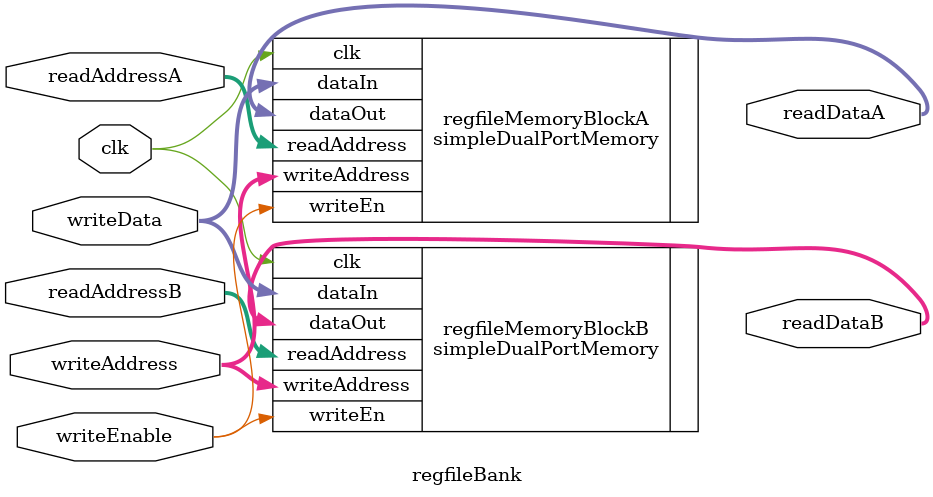
<source format=sv>


module regfileBank(
    input   logic          clk,
    input   logic          writeEnable,
    input   logic  [4:0]   writeAddress,
    input   logic  [31:0]  writeData,
    input   logic  [4:0]   readAddressA,
    input   logic  [4:0]   readAddressB,

    output  logic  [31:0]  readDataA,
    output  logic  [31:0]  readDataB
    );


    // data shows up in memory 1 cycle after we is asserted
    // and on the output 2 cycles after we is asserted
    simpleDualPortMemory #(.DATAWIDTH(32), .DATADEPTH(32))
    regfileMemoryBlockA(
        .clk,
        .writeEn        (writeEnable),
        .dataIn         (writeData),
        .readAddress    (readAddressA),
        .writeAddress   (writeAddress),
        .dataOut        (readDataA)
    );


    // data shows up in memory 1 cycle after we is asserted
    // and on the output 2 cycles after we is asserted
    simpleDualPortMemory #(.DATAWIDTH(32), .DATADEPTH(32))
    regfileMemoryBlockB(
        .clk,
        .writeEn        (writeEnable),
        .dataIn         (writeData),
        .readAddress    (readAddressB),
        .writeAddress   (writeAddress),
        .dataOut        (readDataB)
    );


endmodule


</source>
